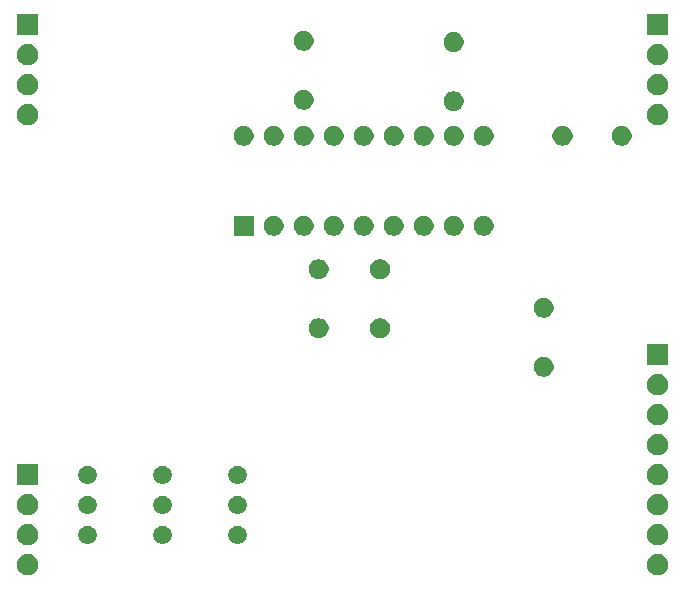
<source format=gbr>
G04 #@! TF.GenerationSoftware,KiCad,Pcbnew,5.1.6-c6e7f7d~87~ubuntu18.04.1*
G04 #@! TF.CreationDate,2020-08-01T12:16:40-04:00*
G04 #@! TF.ProjectId,CEM3320_LPF_plug_in_board,43454d33-3332-4305-9f4c-50465f706c75,1*
G04 #@! TF.SameCoordinates,Original*
G04 #@! TF.FileFunction,Soldermask,Bot*
G04 #@! TF.FilePolarity,Negative*
%FSLAX46Y46*%
G04 Gerber Fmt 4.6, Leading zero omitted, Abs format (unit mm)*
G04 Created by KiCad (PCBNEW 5.1.6-c6e7f7d~87~ubuntu18.04.1) date 2020-08-01 12:16:40*
%MOMM*%
%LPD*%
G01*
G04 APERTURE LIST*
%ADD10C,0.100000*%
G04 APERTURE END LIST*
D10*
G36*
X182993512Y-123563927D02*
G01*
X183142812Y-123593624D01*
X183306784Y-123661544D01*
X183454354Y-123760147D01*
X183579853Y-123885646D01*
X183678456Y-124033216D01*
X183746376Y-124197188D01*
X183781000Y-124371259D01*
X183781000Y-124548741D01*
X183746376Y-124722812D01*
X183678456Y-124886784D01*
X183579853Y-125034354D01*
X183454354Y-125159853D01*
X183306784Y-125258456D01*
X183142812Y-125326376D01*
X182993512Y-125356073D01*
X182968742Y-125361000D01*
X182791258Y-125361000D01*
X182766488Y-125356073D01*
X182617188Y-125326376D01*
X182453216Y-125258456D01*
X182305646Y-125159853D01*
X182180147Y-125034354D01*
X182081544Y-124886784D01*
X182013624Y-124722812D01*
X181979000Y-124548741D01*
X181979000Y-124371259D01*
X182013624Y-124197188D01*
X182081544Y-124033216D01*
X182180147Y-123885646D01*
X182305646Y-123760147D01*
X182453216Y-123661544D01*
X182617188Y-123593624D01*
X182766488Y-123563927D01*
X182791258Y-123559000D01*
X182968742Y-123559000D01*
X182993512Y-123563927D01*
G37*
G36*
X129653512Y-123563927D02*
G01*
X129802812Y-123593624D01*
X129966784Y-123661544D01*
X130114354Y-123760147D01*
X130239853Y-123885646D01*
X130338456Y-124033216D01*
X130406376Y-124197188D01*
X130441000Y-124371259D01*
X130441000Y-124548741D01*
X130406376Y-124722812D01*
X130338456Y-124886784D01*
X130239853Y-125034354D01*
X130114354Y-125159853D01*
X129966784Y-125258456D01*
X129802812Y-125326376D01*
X129653512Y-125356073D01*
X129628742Y-125361000D01*
X129451258Y-125361000D01*
X129426488Y-125356073D01*
X129277188Y-125326376D01*
X129113216Y-125258456D01*
X128965646Y-125159853D01*
X128840147Y-125034354D01*
X128741544Y-124886784D01*
X128673624Y-124722812D01*
X128639000Y-124548741D01*
X128639000Y-124371259D01*
X128673624Y-124197188D01*
X128741544Y-124033216D01*
X128840147Y-123885646D01*
X128965646Y-123760147D01*
X129113216Y-123661544D01*
X129277188Y-123593624D01*
X129426488Y-123563927D01*
X129451258Y-123559000D01*
X129628742Y-123559000D01*
X129653512Y-123563927D01*
G37*
G36*
X182993512Y-121023927D02*
G01*
X183142812Y-121053624D01*
X183306784Y-121121544D01*
X183454354Y-121220147D01*
X183579853Y-121345646D01*
X183678456Y-121493216D01*
X183746376Y-121657188D01*
X183781000Y-121831259D01*
X183781000Y-122008741D01*
X183746376Y-122182812D01*
X183678456Y-122346784D01*
X183579853Y-122494354D01*
X183454354Y-122619853D01*
X183306784Y-122718456D01*
X183142812Y-122786376D01*
X182993512Y-122816073D01*
X182968742Y-122821000D01*
X182791258Y-122821000D01*
X182766488Y-122816073D01*
X182617188Y-122786376D01*
X182453216Y-122718456D01*
X182305646Y-122619853D01*
X182180147Y-122494354D01*
X182081544Y-122346784D01*
X182013624Y-122182812D01*
X181979000Y-122008741D01*
X181979000Y-121831259D01*
X182013624Y-121657188D01*
X182081544Y-121493216D01*
X182180147Y-121345646D01*
X182305646Y-121220147D01*
X182453216Y-121121544D01*
X182617188Y-121053624D01*
X182766488Y-121023927D01*
X182791258Y-121019000D01*
X182968742Y-121019000D01*
X182993512Y-121023927D01*
G37*
G36*
X129653512Y-121023927D02*
G01*
X129802812Y-121053624D01*
X129966784Y-121121544D01*
X130114354Y-121220147D01*
X130239853Y-121345646D01*
X130338456Y-121493216D01*
X130406376Y-121657188D01*
X130441000Y-121831259D01*
X130441000Y-122008741D01*
X130406376Y-122182812D01*
X130338456Y-122346784D01*
X130239853Y-122494354D01*
X130114354Y-122619853D01*
X129966784Y-122718456D01*
X129802812Y-122786376D01*
X129653512Y-122816073D01*
X129628742Y-122821000D01*
X129451258Y-122821000D01*
X129426488Y-122816073D01*
X129277188Y-122786376D01*
X129113216Y-122718456D01*
X128965646Y-122619853D01*
X128840147Y-122494354D01*
X128741544Y-122346784D01*
X128673624Y-122182812D01*
X128639000Y-122008741D01*
X128639000Y-121831259D01*
X128673624Y-121657188D01*
X128741544Y-121493216D01*
X128840147Y-121345646D01*
X128965646Y-121220147D01*
X129113216Y-121121544D01*
X129277188Y-121053624D01*
X129426488Y-121023927D01*
X129451258Y-121019000D01*
X129628742Y-121019000D01*
X129653512Y-121023927D01*
G37*
G36*
X147445589Y-121158876D02*
G01*
X147544893Y-121178629D01*
X147685206Y-121236748D01*
X147811484Y-121321125D01*
X147918875Y-121428516D01*
X148003252Y-121554794D01*
X148061371Y-121695107D01*
X148091000Y-121844063D01*
X148091000Y-121995937D01*
X148061371Y-122144893D01*
X148003252Y-122285206D01*
X147918875Y-122411484D01*
X147811484Y-122518875D01*
X147685206Y-122603252D01*
X147544893Y-122661371D01*
X147445589Y-122681124D01*
X147395938Y-122691000D01*
X147244062Y-122691000D01*
X147194411Y-122681124D01*
X147095107Y-122661371D01*
X146954794Y-122603252D01*
X146828516Y-122518875D01*
X146721125Y-122411484D01*
X146636748Y-122285206D01*
X146578629Y-122144893D01*
X146549000Y-121995937D01*
X146549000Y-121844063D01*
X146578629Y-121695107D01*
X146636748Y-121554794D01*
X146721125Y-121428516D01*
X146828516Y-121321125D01*
X146954794Y-121236748D01*
X147095107Y-121178629D01*
X147194411Y-121158876D01*
X147244062Y-121149000D01*
X147395938Y-121149000D01*
X147445589Y-121158876D01*
G37*
G36*
X141095589Y-121158876D02*
G01*
X141194893Y-121178629D01*
X141335206Y-121236748D01*
X141461484Y-121321125D01*
X141568875Y-121428516D01*
X141653252Y-121554794D01*
X141711371Y-121695107D01*
X141741000Y-121844063D01*
X141741000Y-121995937D01*
X141711371Y-122144893D01*
X141653252Y-122285206D01*
X141568875Y-122411484D01*
X141461484Y-122518875D01*
X141335206Y-122603252D01*
X141194893Y-122661371D01*
X141095589Y-122681124D01*
X141045938Y-122691000D01*
X140894062Y-122691000D01*
X140844411Y-122681124D01*
X140745107Y-122661371D01*
X140604794Y-122603252D01*
X140478516Y-122518875D01*
X140371125Y-122411484D01*
X140286748Y-122285206D01*
X140228629Y-122144893D01*
X140199000Y-121995937D01*
X140199000Y-121844063D01*
X140228629Y-121695107D01*
X140286748Y-121554794D01*
X140371125Y-121428516D01*
X140478516Y-121321125D01*
X140604794Y-121236748D01*
X140745107Y-121178629D01*
X140844411Y-121158876D01*
X140894062Y-121149000D01*
X141045938Y-121149000D01*
X141095589Y-121158876D01*
G37*
G36*
X134745589Y-121158876D02*
G01*
X134844893Y-121178629D01*
X134985206Y-121236748D01*
X135111484Y-121321125D01*
X135218875Y-121428516D01*
X135303252Y-121554794D01*
X135361371Y-121695107D01*
X135391000Y-121844063D01*
X135391000Y-121995937D01*
X135361371Y-122144893D01*
X135303252Y-122285206D01*
X135218875Y-122411484D01*
X135111484Y-122518875D01*
X134985206Y-122603252D01*
X134844893Y-122661371D01*
X134745589Y-122681124D01*
X134695938Y-122691000D01*
X134544062Y-122691000D01*
X134494411Y-122681124D01*
X134395107Y-122661371D01*
X134254794Y-122603252D01*
X134128516Y-122518875D01*
X134021125Y-122411484D01*
X133936748Y-122285206D01*
X133878629Y-122144893D01*
X133849000Y-121995937D01*
X133849000Y-121844063D01*
X133878629Y-121695107D01*
X133936748Y-121554794D01*
X134021125Y-121428516D01*
X134128516Y-121321125D01*
X134254794Y-121236748D01*
X134395107Y-121178629D01*
X134494411Y-121158876D01*
X134544062Y-121149000D01*
X134695938Y-121149000D01*
X134745589Y-121158876D01*
G37*
G36*
X129653512Y-118483927D02*
G01*
X129802812Y-118513624D01*
X129966784Y-118581544D01*
X130114354Y-118680147D01*
X130239853Y-118805646D01*
X130338456Y-118953216D01*
X130406376Y-119117188D01*
X130441000Y-119291259D01*
X130441000Y-119468741D01*
X130406376Y-119642812D01*
X130338456Y-119806784D01*
X130239853Y-119954354D01*
X130114354Y-120079853D01*
X129966784Y-120178456D01*
X129802812Y-120246376D01*
X129653512Y-120276073D01*
X129628742Y-120281000D01*
X129451258Y-120281000D01*
X129426488Y-120276073D01*
X129277188Y-120246376D01*
X129113216Y-120178456D01*
X128965646Y-120079853D01*
X128840147Y-119954354D01*
X128741544Y-119806784D01*
X128673624Y-119642812D01*
X128639000Y-119468741D01*
X128639000Y-119291259D01*
X128673624Y-119117188D01*
X128741544Y-118953216D01*
X128840147Y-118805646D01*
X128965646Y-118680147D01*
X129113216Y-118581544D01*
X129277188Y-118513624D01*
X129426488Y-118483927D01*
X129451258Y-118479000D01*
X129628742Y-118479000D01*
X129653512Y-118483927D01*
G37*
G36*
X182993512Y-118483927D02*
G01*
X183142812Y-118513624D01*
X183306784Y-118581544D01*
X183454354Y-118680147D01*
X183579853Y-118805646D01*
X183678456Y-118953216D01*
X183746376Y-119117188D01*
X183781000Y-119291259D01*
X183781000Y-119468741D01*
X183746376Y-119642812D01*
X183678456Y-119806784D01*
X183579853Y-119954354D01*
X183454354Y-120079853D01*
X183306784Y-120178456D01*
X183142812Y-120246376D01*
X182993512Y-120276073D01*
X182968742Y-120281000D01*
X182791258Y-120281000D01*
X182766488Y-120276073D01*
X182617188Y-120246376D01*
X182453216Y-120178456D01*
X182305646Y-120079853D01*
X182180147Y-119954354D01*
X182081544Y-119806784D01*
X182013624Y-119642812D01*
X181979000Y-119468741D01*
X181979000Y-119291259D01*
X182013624Y-119117188D01*
X182081544Y-118953216D01*
X182180147Y-118805646D01*
X182305646Y-118680147D01*
X182453216Y-118581544D01*
X182617188Y-118513624D01*
X182766488Y-118483927D01*
X182791258Y-118479000D01*
X182968742Y-118479000D01*
X182993512Y-118483927D01*
G37*
G36*
X134745589Y-118618876D02*
G01*
X134844893Y-118638629D01*
X134985206Y-118696748D01*
X135111484Y-118781125D01*
X135218875Y-118888516D01*
X135303252Y-119014794D01*
X135361371Y-119155107D01*
X135391000Y-119304063D01*
X135391000Y-119455937D01*
X135361371Y-119604893D01*
X135303252Y-119745206D01*
X135218875Y-119871484D01*
X135111484Y-119978875D01*
X134985206Y-120063252D01*
X134844893Y-120121371D01*
X134745589Y-120141124D01*
X134695938Y-120151000D01*
X134544062Y-120151000D01*
X134494411Y-120141124D01*
X134395107Y-120121371D01*
X134254794Y-120063252D01*
X134128516Y-119978875D01*
X134021125Y-119871484D01*
X133936748Y-119745206D01*
X133878629Y-119604893D01*
X133849000Y-119455937D01*
X133849000Y-119304063D01*
X133878629Y-119155107D01*
X133936748Y-119014794D01*
X134021125Y-118888516D01*
X134128516Y-118781125D01*
X134254794Y-118696748D01*
X134395107Y-118638629D01*
X134494411Y-118618876D01*
X134544062Y-118609000D01*
X134695938Y-118609000D01*
X134745589Y-118618876D01*
G37*
G36*
X141095589Y-118618876D02*
G01*
X141194893Y-118638629D01*
X141335206Y-118696748D01*
X141461484Y-118781125D01*
X141568875Y-118888516D01*
X141653252Y-119014794D01*
X141711371Y-119155107D01*
X141741000Y-119304063D01*
X141741000Y-119455937D01*
X141711371Y-119604893D01*
X141653252Y-119745206D01*
X141568875Y-119871484D01*
X141461484Y-119978875D01*
X141335206Y-120063252D01*
X141194893Y-120121371D01*
X141095589Y-120141124D01*
X141045938Y-120151000D01*
X140894062Y-120151000D01*
X140844411Y-120141124D01*
X140745107Y-120121371D01*
X140604794Y-120063252D01*
X140478516Y-119978875D01*
X140371125Y-119871484D01*
X140286748Y-119745206D01*
X140228629Y-119604893D01*
X140199000Y-119455937D01*
X140199000Y-119304063D01*
X140228629Y-119155107D01*
X140286748Y-119014794D01*
X140371125Y-118888516D01*
X140478516Y-118781125D01*
X140604794Y-118696748D01*
X140745107Y-118638629D01*
X140844411Y-118618876D01*
X140894062Y-118609000D01*
X141045938Y-118609000D01*
X141095589Y-118618876D01*
G37*
G36*
X147445589Y-118618876D02*
G01*
X147544893Y-118638629D01*
X147685206Y-118696748D01*
X147811484Y-118781125D01*
X147918875Y-118888516D01*
X148003252Y-119014794D01*
X148061371Y-119155107D01*
X148091000Y-119304063D01*
X148091000Y-119455937D01*
X148061371Y-119604893D01*
X148003252Y-119745206D01*
X147918875Y-119871484D01*
X147811484Y-119978875D01*
X147685206Y-120063252D01*
X147544893Y-120121371D01*
X147445589Y-120141124D01*
X147395938Y-120151000D01*
X147244062Y-120151000D01*
X147194411Y-120141124D01*
X147095107Y-120121371D01*
X146954794Y-120063252D01*
X146828516Y-119978875D01*
X146721125Y-119871484D01*
X146636748Y-119745206D01*
X146578629Y-119604893D01*
X146549000Y-119455937D01*
X146549000Y-119304063D01*
X146578629Y-119155107D01*
X146636748Y-119014794D01*
X146721125Y-118888516D01*
X146828516Y-118781125D01*
X146954794Y-118696748D01*
X147095107Y-118638629D01*
X147194411Y-118618876D01*
X147244062Y-118609000D01*
X147395938Y-118609000D01*
X147445589Y-118618876D01*
G37*
G36*
X182993512Y-115943927D02*
G01*
X183142812Y-115973624D01*
X183306784Y-116041544D01*
X183454354Y-116140147D01*
X183579853Y-116265646D01*
X183678456Y-116413216D01*
X183746376Y-116577188D01*
X183781000Y-116751259D01*
X183781000Y-116928741D01*
X183746376Y-117102812D01*
X183678456Y-117266784D01*
X183579853Y-117414354D01*
X183454354Y-117539853D01*
X183306784Y-117638456D01*
X183142812Y-117706376D01*
X182993512Y-117736073D01*
X182968742Y-117741000D01*
X182791258Y-117741000D01*
X182766488Y-117736073D01*
X182617188Y-117706376D01*
X182453216Y-117638456D01*
X182305646Y-117539853D01*
X182180147Y-117414354D01*
X182081544Y-117266784D01*
X182013624Y-117102812D01*
X181979000Y-116928741D01*
X181979000Y-116751259D01*
X182013624Y-116577188D01*
X182081544Y-116413216D01*
X182180147Y-116265646D01*
X182305646Y-116140147D01*
X182453216Y-116041544D01*
X182617188Y-115973624D01*
X182766488Y-115943927D01*
X182791258Y-115939000D01*
X182968742Y-115939000D01*
X182993512Y-115943927D01*
G37*
G36*
X130441000Y-117741000D02*
G01*
X128639000Y-117741000D01*
X128639000Y-115939000D01*
X130441000Y-115939000D01*
X130441000Y-117741000D01*
G37*
G36*
X134745589Y-116078876D02*
G01*
X134844893Y-116098629D01*
X134985206Y-116156748D01*
X135111484Y-116241125D01*
X135218875Y-116348516D01*
X135303252Y-116474794D01*
X135361371Y-116615107D01*
X135391000Y-116764063D01*
X135391000Y-116915937D01*
X135361371Y-117064893D01*
X135303252Y-117205206D01*
X135218875Y-117331484D01*
X135111484Y-117438875D01*
X134985206Y-117523252D01*
X134844893Y-117581371D01*
X134745589Y-117601124D01*
X134695938Y-117611000D01*
X134544062Y-117611000D01*
X134494411Y-117601124D01*
X134395107Y-117581371D01*
X134254794Y-117523252D01*
X134128516Y-117438875D01*
X134021125Y-117331484D01*
X133936748Y-117205206D01*
X133878629Y-117064893D01*
X133849000Y-116915937D01*
X133849000Y-116764063D01*
X133878629Y-116615107D01*
X133936748Y-116474794D01*
X134021125Y-116348516D01*
X134128516Y-116241125D01*
X134254794Y-116156748D01*
X134395107Y-116098629D01*
X134494411Y-116078876D01*
X134544062Y-116069000D01*
X134695938Y-116069000D01*
X134745589Y-116078876D01*
G37*
G36*
X147445589Y-116078876D02*
G01*
X147544893Y-116098629D01*
X147685206Y-116156748D01*
X147811484Y-116241125D01*
X147918875Y-116348516D01*
X148003252Y-116474794D01*
X148061371Y-116615107D01*
X148091000Y-116764063D01*
X148091000Y-116915937D01*
X148061371Y-117064893D01*
X148003252Y-117205206D01*
X147918875Y-117331484D01*
X147811484Y-117438875D01*
X147685206Y-117523252D01*
X147544893Y-117581371D01*
X147445589Y-117601124D01*
X147395938Y-117611000D01*
X147244062Y-117611000D01*
X147194411Y-117601124D01*
X147095107Y-117581371D01*
X146954794Y-117523252D01*
X146828516Y-117438875D01*
X146721125Y-117331484D01*
X146636748Y-117205206D01*
X146578629Y-117064893D01*
X146549000Y-116915937D01*
X146549000Y-116764063D01*
X146578629Y-116615107D01*
X146636748Y-116474794D01*
X146721125Y-116348516D01*
X146828516Y-116241125D01*
X146954794Y-116156748D01*
X147095107Y-116098629D01*
X147194411Y-116078876D01*
X147244062Y-116069000D01*
X147395938Y-116069000D01*
X147445589Y-116078876D01*
G37*
G36*
X141095589Y-116078876D02*
G01*
X141194893Y-116098629D01*
X141335206Y-116156748D01*
X141461484Y-116241125D01*
X141568875Y-116348516D01*
X141653252Y-116474794D01*
X141711371Y-116615107D01*
X141741000Y-116764063D01*
X141741000Y-116915937D01*
X141711371Y-117064893D01*
X141653252Y-117205206D01*
X141568875Y-117331484D01*
X141461484Y-117438875D01*
X141335206Y-117523252D01*
X141194893Y-117581371D01*
X141095589Y-117601124D01*
X141045938Y-117611000D01*
X140894062Y-117611000D01*
X140844411Y-117601124D01*
X140745107Y-117581371D01*
X140604794Y-117523252D01*
X140478516Y-117438875D01*
X140371125Y-117331484D01*
X140286748Y-117205206D01*
X140228629Y-117064893D01*
X140199000Y-116915937D01*
X140199000Y-116764063D01*
X140228629Y-116615107D01*
X140286748Y-116474794D01*
X140371125Y-116348516D01*
X140478516Y-116241125D01*
X140604794Y-116156748D01*
X140745107Y-116098629D01*
X140844411Y-116078876D01*
X140894062Y-116069000D01*
X141045938Y-116069000D01*
X141095589Y-116078876D01*
G37*
G36*
X182993512Y-113403927D02*
G01*
X183142812Y-113433624D01*
X183306784Y-113501544D01*
X183454354Y-113600147D01*
X183579853Y-113725646D01*
X183678456Y-113873216D01*
X183746376Y-114037188D01*
X183781000Y-114211259D01*
X183781000Y-114388741D01*
X183746376Y-114562812D01*
X183678456Y-114726784D01*
X183579853Y-114874354D01*
X183454354Y-114999853D01*
X183306784Y-115098456D01*
X183142812Y-115166376D01*
X182993512Y-115196073D01*
X182968742Y-115201000D01*
X182791258Y-115201000D01*
X182766488Y-115196073D01*
X182617188Y-115166376D01*
X182453216Y-115098456D01*
X182305646Y-114999853D01*
X182180147Y-114874354D01*
X182081544Y-114726784D01*
X182013624Y-114562812D01*
X181979000Y-114388741D01*
X181979000Y-114211259D01*
X182013624Y-114037188D01*
X182081544Y-113873216D01*
X182180147Y-113725646D01*
X182305646Y-113600147D01*
X182453216Y-113501544D01*
X182617188Y-113433624D01*
X182766488Y-113403927D01*
X182791258Y-113399000D01*
X182968742Y-113399000D01*
X182993512Y-113403927D01*
G37*
G36*
X182993512Y-110863927D02*
G01*
X183142812Y-110893624D01*
X183306784Y-110961544D01*
X183454354Y-111060147D01*
X183579853Y-111185646D01*
X183678456Y-111333216D01*
X183746376Y-111497188D01*
X183781000Y-111671259D01*
X183781000Y-111848741D01*
X183746376Y-112022812D01*
X183678456Y-112186784D01*
X183579853Y-112334354D01*
X183454354Y-112459853D01*
X183306784Y-112558456D01*
X183142812Y-112626376D01*
X182993512Y-112656073D01*
X182968742Y-112661000D01*
X182791258Y-112661000D01*
X182766488Y-112656073D01*
X182617188Y-112626376D01*
X182453216Y-112558456D01*
X182305646Y-112459853D01*
X182180147Y-112334354D01*
X182081544Y-112186784D01*
X182013624Y-112022812D01*
X181979000Y-111848741D01*
X181979000Y-111671259D01*
X182013624Y-111497188D01*
X182081544Y-111333216D01*
X182180147Y-111185646D01*
X182305646Y-111060147D01*
X182453216Y-110961544D01*
X182617188Y-110893624D01*
X182766488Y-110863927D01*
X182791258Y-110859000D01*
X182968742Y-110859000D01*
X182993512Y-110863927D01*
G37*
G36*
X182993512Y-108323927D02*
G01*
X183142812Y-108353624D01*
X183306784Y-108421544D01*
X183454354Y-108520147D01*
X183579853Y-108645646D01*
X183678456Y-108793216D01*
X183746376Y-108957188D01*
X183781000Y-109131259D01*
X183781000Y-109308741D01*
X183746376Y-109482812D01*
X183678456Y-109646784D01*
X183579853Y-109794354D01*
X183454354Y-109919853D01*
X183306784Y-110018456D01*
X183142812Y-110086376D01*
X182993512Y-110116073D01*
X182968742Y-110121000D01*
X182791258Y-110121000D01*
X182766488Y-110116073D01*
X182617188Y-110086376D01*
X182453216Y-110018456D01*
X182305646Y-109919853D01*
X182180147Y-109794354D01*
X182081544Y-109646784D01*
X182013624Y-109482812D01*
X181979000Y-109308741D01*
X181979000Y-109131259D01*
X182013624Y-108957188D01*
X182081544Y-108793216D01*
X182180147Y-108645646D01*
X182305646Y-108520147D01*
X182453216Y-108421544D01*
X182617188Y-108353624D01*
X182766488Y-108323927D01*
X182791258Y-108319000D01*
X182968742Y-108319000D01*
X182993512Y-108323927D01*
G37*
G36*
X173476228Y-106877703D02*
G01*
X173631100Y-106941853D01*
X173770481Y-107034985D01*
X173889015Y-107153519D01*
X173982147Y-107292900D01*
X174046297Y-107447772D01*
X174079000Y-107612184D01*
X174079000Y-107779816D01*
X174046297Y-107944228D01*
X173982147Y-108099100D01*
X173889015Y-108238481D01*
X173770481Y-108357015D01*
X173631100Y-108450147D01*
X173476228Y-108514297D01*
X173311816Y-108547000D01*
X173144184Y-108547000D01*
X172979772Y-108514297D01*
X172824900Y-108450147D01*
X172685519Y-108357015D01*
X172566985Y-108238481D01*
X172473853Y-108099100D01*
X172409703Y-107944228D01*
X172377000Y-107779816D01*
X172377000Y-107612184D01*
X172409703Y-107447772D01*
X172473853Y-107292900D01*
X172566985Y-107153519D01*
X172685519Y-107034985D01*
X172824900Y-106941853D01*
X172979772Y-106877703D01*
X173144184Y-106845000D01*
X173311816Y-106845000D01*
X173476228Y-106877703D01*
G37*
G36*
X183781000Y-107581000D02*
G01*
X181979000Y-107581000D01*
X181979000Y-105779000D01*
X183781000Y-105779000D01*
X183781000Y-107581000D01*
G37*
G36*
X154426228Y-103622703D02*
G01*
X154581100Y-103686853D01*
X154720481Y-103779985D01*
X154839015Y-103898519D01*
X154932147Y-104037900D01*
X154996297Y-104192772D01*
X155029000Y-104357184D01*
X155029000Y-104524816D01*
X154996297Y-104689228D01*
X154932147Y-104844100D01*
X154839015Y-104983481D01*
X154720481Y-105102015D01*
X154581100Y-105195147D01*
X154426228Y-105259297D01*
X154261816Y-105292000D01*
X154094184Y-105292000D01*
X153929772Y-105259297D01*
X153774900Y-105195147D01*
X153635519Y-105102015D01*
X153516985Y-104983481D01*
X153423853Y-104844100D01*
X153359703Y-104689228D01*
X153327000Y-104524816D01*
X153327000Y-104357184D01*
X153359703Y-104192772D01*
X153423853Y-104037900D01*
X153516985Y-103898519D01*
X153635519Y-103779985D01*
X153774900Y-103686853D01*
X153929772Y-103622703D01*
X154094184Y-103590000D01*
X154261816Y-103590000D01*
X154426228Y-103622703D01*
G37*
G36*
X159633228Y-103622703D02*
G01*
X159788100Y-103686853D01*
X159927481Y-103779985D01*
X160046015Y-103898519D01*
X160139147Y-104037900D01*
X160203297Y-104192772D01*
X160236000Y-104357184D01*
X160236000Y-104524816D01*
X160203297Y-104689228D01*
X160139147Y-104844100D01*
X160046015Y-104983481D01*
X159927481Y-105102015D01*
X159788100Y-105195147D01*
X159633228Y-105259297D01*
X159468816Y-105292000D01*
X159301184Y-105292000D01*
X159136772Y-105259297D01*
X158981900Y-105195147D01*
X158842519Y-105102015D01*
X158723985Y-104983481D01*
X158630853Y-104844100D01*
X158566703Y-104689228D01*
X158534000Y-104524816D01*
X158534000Y-104357184D01*
X158566703Y-104192772D01*
X158630853Y-104037900D01*
X158723985Y-103898519D01*
X158842519Y-103779985D01*
X158981900Y-103686853D01*
X159136772Y-103622703D01*
X159301184Y-103590000D01*
X159468816Y-103590000D01*
X159633228Y-103622703D01*
G37*
G36*
X173476228Y-101877703D02*
G01*
X173631100Y-101941853D01*
X173770481Y-102034985D01*
X173889015Y-102153519D01*
X173982147Y-102292900D01*
X174046297Y-102447772D01*
X174079000Y-102612184D01*
X174079000Y-102779816D01*
X174046297Y-102944228D01*
X173982147Y-103099100D01*
X173889015Y-103238481D01*
X173770481Y-103357015D01*
X173631100Y-103450147D01*
X173476228Y-103514297D01*
X173311816Y-103547000D01*
X173144184Y-103547000D01*
X172979772Y-103514297D01*
X172824900Y-103450147D01*
X172685519Y-103357015D01*
X172566985Y-103238481D01*
X172473853Y-103099100D01*
X172409703Y-102944228D01*
X172377000Y-102779816D01*
X172377000Y-102612184D01*
X172409703Y-102447772D01*
X172473853Y-102292900D01*
X172566985Y-102153519D01*
X172685519Y-102034985D01*
X172824900Y-101941853D01*
X172979772Y-101877703D01*
X173144184Y-101845000D01*
X173311816Y-101845000D01*
X173476228Y-101877703D01*
G37*
G36*
X154426228Y-98622703D02*
G01*
X154581100Y-98686853D01*
X154720481Y-98779985D01*
X154839015Y-98898519D01*
X154932147Y-99037900D01*
X154996297Y-99192772D01*
X155029000Y-99357184D01*
X155029000Y-99524816D01*
X154996297Y-99689228D01*
X154932147Y-99844100D01*
X154839015Y-99983481D01*
X154720481Y-100102015D01*
X154581100Y-100195147D01*
X154426228Y-100259297D01*
X154261816Y-100292000D01*
X154094184Y-100292000D01*
X153929772Y-100259297D01*
X153774900Y-100195147D01*
X153635519Y-100102015D01*
X153516985Y-99983481D01*
X153423853Y-99844100D01*
X153359703Y-99689228D01*
X153327000Y-99524816D01*
X153327000Y-99357184D01*
X153359703Y-99192772D01*
X153423853Y-99037900D01*
X153516985Y-98898519D01*
X153635519Y-98779985D01*
X153774900Y-98686853D01*
X153929772Y-98622703D01*
X154094184Y-98590000D01*
X154261816Y-98590000D01*
X154426228Y-98622703D01*
G37*
G36*
X159633228Y-98622703D02*
G01*
X159788100Y-98686853D01*
X159927481Y-98779985D01*
X160046015Y-98898519D01*
X160139147Y-99037900D01*
X160203297Y-99192772D01*
X160236000Y-99357184D01*
X160236000Y-99524816D01*
X160203297Y-99689228D01*
X160139147Y-99844100D01*
X160046015Y-99983481D01*
X159927481Y-100102015D01*
X159788100Y-100195147D01*
X159633228Y-100259297D01*
X159468816Y-100292000D01*
X159301184Y-100292000D01*
X159136772Y-100259297D01*
X158981900Y-100195147D01*
X158842519Y-100102015D01*
X158723985Y-99983481D01*
X158630853Y-99844100D01*
X158566703Y-99689228D01*
X158534000Y-99524816D01*
X158534000Y-99357184D01*
X158566703Y-99192772D01*
X158630853Y-99037900D01*
X158723985Y-98898519D01*
X158842519Y-98779985D01*
X158981900Y-98686853D01*
X159136772Y-98622703D01*
X159301184Y-98590000D01*
X159468816Y-98590000D01*
X159633228Y-98622703D01*
G37*
G36*
X165856228Y-94939703D02*
G01*
X166011100Y-95003853D01*
X166150481Y-95096985D01*
X166269015Y-95215519D01*
X166362147Y-95354900D01*
X166426297Y-95509772D01*
X166459000Y-95674184D01*
X166459000Y-95841816D01*
X166426297Y-96006228D01*
X166362147Y-96161100D01*
X166269015Y-96300481D01*
X166150481Y-96419015D01*
X166011100Y-96512147D01*
X165856228Y-96576297D01*
X165691816Y-96609000D01*
X165524184Y-96609000D01*
X165359772Y-96576297D01*
X165204900Y-96512147D01*
X165065519Y-96419015D01*
X164946985Y-96300481D01*
X164853853Y-96161100D01*
X164789703Y-96006228D01*
X164757000Y-95841816D01*
X164757000Y-95674184D01*
X164789703Y-95509772D01*
X164853853Y-95354900D01*
X164946985Y-95215519D01*
X165065519Y-95096985D01*
X165204900Y-95003853D01*
X165359772Y-94939703D01*
X165524184Y-94907000D01*
X165691816Y-94907000D01*
X165856228Y-94939703D01*
G37*
G36*
X168396228Y-94939703D02*
G01*
X168551100Y-95003853D01*
X168690481Y-95096985D01*
X168809015Y-95215519D01*
X168902147Y-95354900D01*
X168966297Y-95509772D01*
X168999000Y-95674184D01*
X168999000Y-95841816D01*
X168966297Y-96006228D01*
X168902147Y-96161100D01*
X168809015Y-96300481D01*
X168690481Y-96419015D01*
X168551100Y-96512147D01*
X168396228Y-96576297D01*
X168231816Y-96609000D01*
X168064184Y-96609000D01*
X167899772Y-96576297D01*
X167744900Y-96512147D01*
X167605519Y-96419015D01*
X167486985Y-96300481D01*
X167393853Y-96161100D01*
X167329703Y-96006228D01*
X167297000Y-95841816D01*
X167297000Y-95674184D01*
X167329703Y-95509772D01*
X167393853Y-95354900D01*
X167486985Y-95215519D01*
X167605519Y-95096985D01*
X167744900Y-95003853D01*
X167899772Y-94939703D01*
X168064184Y-94907000D01*
X168231816Y-94907000D01*
X168396228Y-94939703D01*
G37*
G36*
X150616228Y-94939703D02*
G01*
X150771100Y-95003853D01*
X150910481Y-95096985D01*
X151029015Y-95215519D01*
X151122147Y-95354900D01*
X151186297Y-95509772D01*
X151219000Y-95674184D01*
X151219000Y-95841816D01*
X151186297Y-96006228D01*
X151122147Y-96161100D01*
X151029015Y-96300481D01*
X150910481Y-96419015D01*
X150771100Y-96512147D01*
X150616228Y-96576297D01*
X150451816Y-96609000D01*
X150284184Y-96609000D01*
X150119772Y-96576297D01*
X149964900Y-96512147D01*
X149825519Y-96419015D01*
X149706985Y-96300481D01*
X149613853Y-96161100D01*
X149549703Y-96006228D01*
X149517000Y-95841816D01*
X149517000Y-95674184D01*
X149549703Y-95509772D01*
X149613853Y-95354900D01*
X149706985Y-95215519D01*
X149825519Y-95096985D01*
X149964900Y-95003853D01*
X150119772Y-94939703D01*
X150284184Y-94907000D01*
X150451816Y-94907000D01*
X150616228Y-94939703D01*
G37*
G36*
X148679000Y-96609000D02*
G01*
X146977000Y-96609000D01*
X146977000Y-94907000D01*
X148679000Y-94907000D01*
X148679000Y-96609000D01*
G37*
G36*
X158236228Y-94939703D02*
G01*
X158391100Y-95003853D01*
X158530481Y-95096985D01*
X158649015Y-95215519D01*
X158742147Y-95354900D01*
X158806297Y-95509772D01*
X158839000Y-95674184D01*
X158839000Y-95841816D01*
X158806297Y-96006228D01*
X158742147Y-96161100D01*
X158649015Y-96300481D01*
X158530481Y-96419015D01*
X158391100Y-96512147D01*
X158236228Y-96576297D01*
X158071816Y-96609000D01*
X157904184Y-96609000D01*
X157739772Y-96576297D01*
X157584900Y-96512147D01*
X157445519Y-96419015D01*
X157326985Y-96300481D01*
X157233853Y-96161100D01*
X157169703Y-96006228D01*
X157137000Y-95841816D01*
X157137000Y-95674184D01*
X157169703Y-95509772D01*
X157233853Y-95354900D01*
X157326985Y-95215519D01*
X157445519Y-95096985D01*
X157584900Y-95003853D01*
X157739772Y-94939703D01*
X157904184Y-94907000D01*
X158071816Y-94907000D01*
X158236228Y-94939703D01*
G37*
G36*
X160776228Y-94939703D02*
G01*
X160931100Y-95003853D01*
X161070481Y-95096985D01*
X161189015Y-95215519D01*
X161282147Y-95354900D01*
X161346297Y-95509772D01*
X161379000Y-95674184D01*
X161379000Y-95841816D01*
X161346297Y-96006228D01*
X161282147Y-96161100D01*
X161189015Y-96300481D01*
X161070481Y-96419015D01*
X160931100Y-96512147D01*
X160776228Y-96576297D01*
X160611816Y-96609000D01*
X160444184Y-96609000D01*
X160279772Y-96576297D01*
X160124900Y-96512147D01*
X159985519Y-96419015D01*
X159866985Y-96300481D01*
X159773853Y-96161100D01*
X159709703Y-96006228D01*
X159677000Y-95841816D01*
X159677000Y-95674184D01*
X159709703Y-95509772D01*
X159773853Y-95354900D01*
X159866985Y-95215519D01*
X159985519Y-95096985D01*
X160124900Y-95003853D01*
X160279772Y-94939703D01*
X160444184Y-94907000D01*
X160611816Y-94907000D01*
X160776228Y-94939703D01*
G37*
G36*
X155696228Y-94939703D02*
G01*
X155851100Y-95003853D01*
X155990481Y-95096985D01*
X156109015Y-95215519D01*
X156202147Y-95354900D01*
X156266297Y-95509772D01*
X156299000Y-95674184D01*
X156299000Y-95841816D01*
X156266297Y-96006228D01*
X156202147Y-96161100D01*
X156109015Y-96300481D01*
X155990481Y-96419015D01*
X155851100Y-96512147D01*
X155696228Y-96576297D01*
X155531816Y-96609000D01*
X155364184Y-96609000D01*
X155199772Y-96576297D01*
X155044900Y-96512147D01*
X154905519Y-96419015D01*
X154786985Y-96300481D01*
X154693853Y-96161100D01*
X154629703Y-96006228D01*
X154597000Y-95841816D01*
X154597000Y-95674184D01*
X154629703Y-95509772D01*
X154693853Y-95354900D01*
X154786985Y-95215519D01*
X154905519Y-95096985D01*
X155044900Y-95003853D01*
X155199772Y-94939703D01*
X155364184Y-94907000D01*
X155531816Y-94907000D01*
X155696228Y-94939703D01*
G37*
G36*
X153156228Y-94939703D02*
G01*
X153311100Y-95003853D01*
X153450481Y-95096985D01*
X153569015Y-95215519D01*
X153662147Y-95354900D01*
X153726297Y-95509772D01*
X153759000Y-95674184D01*
X153759000Y-95841816D01*
X153726297Y-96006228D01*
X153662147Y-96161100D01*
X153569015Y-96300481D01*
X153450481Y-96419015D01*
X153311100Y-96512147D01*
X153156228Y-96576297D01*
X152991816Y-96609000D01*
X152824184Y-96609000D01*
X152659772Y-96576297D01*
X152504900Y-96512147D01*
X152365519Y-96419015D01*
X152246985Y-96300481D01*
X152153853Y-96161100D01*
X152089703Y-96006228D01*
X152057000Y-95841816D01*
X152057000Y-95674184D01*
X152089703Y-95509772D01*
X152153853Y-95354900D01*
X152246985Y-95215519D01*
X152365519Y-95096985D01*
X152504900Y-95003853D01*
X152659772Y-94939703D01*
X152824184Y-94907000D01*
X152991816Y-94907000D01*
X153156228Y-94939703D01*
G37*
G36*
X163316228Y-94939703D02*
G01*
X163471100Y-95003853D01*
X163610481Y-95096985D01*
X163729015Y-95215519D01*
X163822147Y-95354900D01*
X163886297Y-95509772D01*
X163919000Y-95674184D01*
X163919000Y-95841816D01*
X163886297Y-96006228D01*
X163822147Y-96161100D01*
X163729015Y-96300481D01*
X163610481Y-96419015D01*
X163471100Y-96512147D01*
X163316228Y-96576297D01*
X163151816Y-96609000D01*
X162984184Y-96609000D01*
X162819772Y-96576297D01*
X162664900Y-96512147D01*
X162525519Y-96419015D01*
X162406985Y-96300481D01*
X162313853Y-96161100D01*
X162249703Y-96006228D01*
X162217000Y-95841816D01*
X162217000Y-95674184D01*
X162249703Y-95509772D01*
X162313853Y-95354900D01*
X162406985Y-95215519D01*
X162525519Y-95096985D01*
X162664900Y-95003853D01*
X162819772Y-94939703D01*
X162984184Y-94907000D01*
X163151816Y-94907000D01*
X163316228Y-94939703D01*
G37*
G36*
X175080228Y-87319703D02*
G01*
X175235100Y-87383853D01*
X175374481Y-87476985D01*
X175493015Y-87595519D01*
X175586147Y-87734900D01*
X175650297Y-87889772D01*
X175683000Y-88054184D01*
X175683000Y-88221816D01*
X175650297Y-88386228D01*
X175586147Y-88541100D01*
X175493015Y-88680481D01*
X175374481Y-88799015D01*
X175235100Y-88892147D01*
X175080228Y-88956297D01*
X174915816Y-88989000D01*
X174748184Y-88989000D01*
X174583772Y-88956297D01*
X174428900Y-88892147D01*
X174289519Y-88799015D01*
X174170985Y-88680481D01*
X174077853Y-88541100D01*
X174013703Y-88386228D01*
X173981000Y-88221816D01*
X173981000Y-88054184D01*
X174013703Y-87889772D01*
X174077853Y-87734900D01*
X174170985Y-87595519D01*
X174289519Y-87476985D01*
X174428900Y-87383853D01*
X174583772Y-87319703D01*
X174748184Y-87287000D01*
X174915816Y-87287000D01*
X175080228Y-87319703D01*
G37*
G36*
X180080228Y-87319703D02*
G01*
X180235100Y-87383853D01*
X180374481Y-87476985D01*
X180493015Y-87595519D01*
X180586147Y-87734900D01*
X180650297Y-87889772D01*
X180683000Y-88054184D01*
X180683000Y-88221816D01*
X180650297Y-88386228D01*
X180586147Y-88541100D01*
X180493015Y-88680481D01*
X180374481Y-88799015D01*
X180235100Y-88892147D01*
X180080228Y-88956297D01*
X179915816Y-88989000D01*
X179748184Y-88989000D01*
X179583772Y-88956297D01*
X179428900Y-88892147D01*
X179289519Y-88799015D01*
X179170985Y-88680481D01*
X179077853Y-88541100D01*
X179013703Y-88386228D01*
X178981000Y-88221816D01*
X178981000Y-88054184D01*
X179013703Y-87889772D01*
X179077853Y-87734900D01*
X179170985Y-87595519D01*
X179289519Y-87476985D01*
X179428900Y-87383853D01*
X179583772Y-87319703D01*
X179748184Y-87287000D01*
X179915816Y-87287000D01*
X180080228Y-87319703D01*
G37*
G36*
X163316228Y-87319703D02*
G01*
X163471100Y-87383853D01*
X163610481Y-87476985D01*
X163729015Y-87595519D01*
X163822147Y-87734900D01*
X163886297Y-87889772D01*
X163919000Y-88054184D01*
X163919000Y-88221816D01*
X163886297Y-88386228D01*
X163822147Y-88541100D01*
X163729015Y-88680481D01*
X163610481Y-88799015D01*
X163471100Y-88892147D01*
X163316228Y-88956297D01*
X163151816Y-88989000D01*
X162984184Y-88989000D01*
X162819772Y-88956297D01*
X162664900Y-88892147D01*
X162525519Y-88799015D01*
X162406985Y-88680481D01*
X162313853Y-88541100D01*
X162249703Y-88386228D01*
X162217000Y-88221816D01*
X162217000Y-88054184D01*
X162249703Y-87889772D01*
X162313853Y-87734900D01*
X162406985Y-87595519D01*
X162525519Y-87476985D01*
X162664900Y-87383853D01*
X162819772Y-87319703D01*
X162984184Y-87287000D01*
X163151816Y-87287000D01*
X163316228Y-87319703D01*
G37*
G36*
X160776228Y-87319703D02*
G01*
X160931100Y-87383853D01*
X161070481Y-87476985D01*
X161189015Y-87595519D01*
X161282147Y-87734900D01*
X161346297Y-87889772D01*
X161379000Y-88054184D01*
X161379000Y-88221816D01*
X161346297Y-88386228D01*
X161282147Y-88541100D01*
X161189015Y-88680481D01*
X161070481Y-88799015D01*
X160931100Y-88892147D01*
X160776228Y-88956297D01*
X160611816Y-88989000D01*
X160444184Y-88989000D01*
X160279772Y-88956297D01*
X160124900Y-88892147D01*
X159985519Y-88799015D01*
X159866985Y-88680481D01*
X159773853Y-88541100D01*
X159709703Y-88386228D01*
X159677000Y-88221816D01*
X159677000Y-88054184D01*
X159709703Y-87889772D01*
X159773853Y-87734900D01*
X159866985Y-87595519D01*
X159985519Y-87476985D01*
X160124900Y-87383853D01*
X160279772Y-87319703D01*
X160444184Y-87287000D01*
X160611816Y-87287000D01*
X160776228Y-87319703D01*
G37*
G36*
X158236228Y-87319703D02*
G01*
X158391100Y-87383853D01*
X158530481Y-87476985D01*
X158649015Y-87595519D01*
X158742147Y-87734900D01*
X158806297Y-87889772D01*
X158839000Y-88054184D01*
X158839000Y-88221816D01*
X158806297Y-88386228D01*
X158742147Y-88541100D01*
X158649015Y-88680481D01*
X158530481Y-88799015D01*
X158391100Y-88892147D01*
X158236228Y-88956297D01*
X158071816Y-88989000D01*
X157904184Y-88989000D01*
X157739772Y-88956297D01*
X157584900Y-88892147D01*
X157445519Y-88799015D01*
X157326985Y-88680481D01*
X157233853Y-88541100D01*
X157169703Y-88386228D01*
X157137000Y-88221816D01*
X157137000Y-88054184D01*
X157169703Y-87889772D01*
X157233853Y-87734900D01*
X157326985Y-87595519D01*
X157445519Y-87476985D01*
X157584900Y-87383853D01*
X157739772Y-87319703D01*
X157904184Y-87287000D01*
X158071816Y-87287000D01*
X158236228Y-87319703D01*
G37*
G36*
X153156228Y-87319703D02*
G01*
X153311100Y-87383853D01*
X153450481Y-87476985D01*
X153569015Y-87595519D01*
X153662147Y-87734900D01*
X153726297Y-87889772D01*
X153759000Y-88054184D01*
X153759000Y-88221816D01*
X153726297Y-88386228D01*
X153662147Y-88541100D01*
X153569015Y-88680481D01*
X153450481Y-88799015D01*
X153311100Y-88892147D01*
X153156228Y-88956297D01*
X152991816Y-88989000D01*
X152824184Y-88989000D01*
X152659772Y-88956297D01*
X152504900Y-88892147D01*
X152365519Y-88799015D01*
X152246985Y-88680481D01*
X152153853Y-88541100D01*
X152089703Y-88386228D01*
X152057000Y-88221816D01*
X152057000Y-88054184D01*
X152089703Y-87889772D01*
X152153853Y-87734900D01*
X152246985Y-87595519D01*
X152365519Y-87476985D01*
X152504900Y-87383853D01*
X152659772Y-87319703D01*
X152824184Y-87287000D01*
X152991816Y-87287000D01*
X153156228Y-87319703D01*
G37*
G36*
X150616228Y-87319703D02*
G01*
X150771100Y-87383853D01*
X150910481Y-87476985D01*
X151029015Y-87595519D01*
X151122147Y-87734900D01*
X151186297Y-87889772D01*
X151219000Y-88054184D01*
X151219000Y-88221816D01*
X151186297Y-88386228D01*
X151122147Y-88541100D01*
X151029015Y-88680481D01*
X150910481Y-88799015D01*
X150771100Y-88892147D01*
X150616228Y-88956297D01*
X150451816Y-88989000D01*
X150284184Y-88989000D01*
X150119772Y-88956297D01*
X149964900Y-88892147D01*
X149825519Y-88799015D01*
X149706985Y-88680481D01*
X149613853Y-88541100D01*
X149549703Y-88386228D01*
X149517000Y-88221816D01*
X149517000Y-88054184D01*
X149549703Y-87889772D01*
X149613853Y-87734900D01*
X149706985Y-87595519D01*
X149825519Y-87476985D01*
X149964900Y-87383853D01*
X150119772Y-87319703D01*
X150284184Y-87287000D01*
X150451816Y-87287000D01*
X150616228Y-87319703D01*
G37*
G36*
X168396228Y-87319703D02*
G01*
X168551100Y-87383853D01*
X168690481Y-87476985D01*
X168809015Y-87595519D01*
X168902147Y-87734900D01*
X168966297Y-87889772D01*
X168999000Y-88054184D01*
X168999000Y-88221816D01*
X168966297Y-88386228D01*
X168902147Y-88541100D01*
X168809015Y-88680481D01*
X168690481Y-88799015D01*
X168551100Y-88892147D01*
X168396228Y-88956297D01*
X168231816Y-88989000D01*
X168064184Y-88989000D01*
X167899772Y-88956297D01*
X167744900Y-88892147D01*
X167605519Y-88799015D01*
X167486985Y-88680481D01*
X167393853Y-88541100D01*
X167329703Y-88386228D01*
X167297000Y-88221816D01*
X167297000Y-88054184D01*
X167329703Y-87889772D01*
X167393853Y-87734900D01*
X167486985Y-87595519D01*
X167605519Y-87476985D01*
X167744900Y-87383853D01*
X167899772Y-87319703D01*
X168064184Y-87287000D01*
X168231816Y-87287000D01*
X168396228Y-87319703D01*
G37*
G36*
X148076228Y-87319703D02*
G01*
X148231100Y-87383853D01*
X148370481Y-87476985D01*
X148489015Y-87595519D01*
X148582147Y-87734900D01*
X148646297Y-87889772D01*
X148679000Y-88054184D01*
X148679000Y-88221816D01*
X148646297Y-88386228D01*
X148582147Y-88541100D01*
X148489015Y-88680481D01*
X148370481Y-88799015D01*
X148231100Y-88892147D01*
X148076228Y-88956297D01*
X147911816Y-88989000D01*
X147744184Y-88989000D01*
X147579772Y-88956297D01*
X147424900Y-88892147D01*
X147285519Y-88799015D01*
X147166985Y-88680481D01*
X147073853Y-88541100D01*
X147009703Y-88386228D01*
X146977000Y-88221816D01*
X146977000Y-88054184D01*
X147009703Y-87889772D01*
X147073853Y-87734900D01*
X147166985Y-87595519D01*
X147285519Y-87476985D01*
X147424900Y-87383853D01*
X147579772Y-87319703D01*
X147744184Y-87287000D01*
X147911816Y-87287000D01*
X148076228Y-87319703D01*
G37*
G36*
X165856228Y-87319703D02*
G01*
X166011100Y-87383853D01*
X166150481Y-87476985D01*
X166269015Y-87595519D01*
X166362147Y-87734900D01*
X166426297Y-87889772D01*
X166459000Y-88054184D01*
X166459000Y-88221816D01*
X166426297Y-88386228D01*
X166362147Y-88541100D01*
X166269015Y-88680481D01*
X166150481Y-88799015D01*
X166011100Y-88892147D01*
X165856228Y-88956297D01*
X165691816Y-88989000D01*
X165524184Y-88989000D01*
X165359772Y-88956297D01*
X165204900Y-88892147D01*
X165065519Y-88799015D01*
X164946985Y-88680481D01*
X164853853Y-88541100D01*
X164789703Y-88386228D01*
X164757000Y-88221816D01*
X164757000Y-88054184D01*
X164789703Y-87889772D01*
X164853853Y-87734900D01*
X164946985Y-87595519D01*
X165065519Y-87476985D01*
X165204900Y-87383853D01*
X165359772Y-87319703D01*
X165524184Y-87287000D01*
X165691816Y-87287000D01*
X165856228Y-87319703D01*
G37*
G36*
X155696228Y-87319703D02*
G01*
X155851100Y-87383853D01*
X155990481Y-87476985D01*
X156109015Y-87595519D01*
X156202147Y-87734900D01*
X156266297Y-87889772D01*
X156299000Y-88054184D01*
X156299000Y-88221816D01*
X156266297Y-88386228D01*
X156202147Y-88541100D01*
X156109015Y-88680481D01*
X155990481Y-88799015D01*
X155851100Y-88892147D01*
X155696228Y-88956297D01*
X155531816Y-88989000D01*
X155364184Y-88989000D01*
X155199772Y-88956297D01*
X155044900Y-88892147D01*
X154905519Y-88799015D01*
X154786985Y-88680481D01*
X154693853Y-88541100D01*
X154629703Y-88386228D01*
X154597000Y-88221816D01*
X154597000Y-88054184D01*
X154629703Y-87889772D01*
X154693853Y-87734900D01*
X154786985Y-87595519D01*
X154905519Y-87476985D01*
X155044900Y-87383853D01*
X155199772Y-87319703D01*
X155364184Y-87287000D01*
X155531816Y-87287000D01*
X155696228Y-87319703D01*
G37*
G36*
X182993512Y-85463927D02*
G01*
X183142812Y-85493624D01*
X183306784Y-85561544D01*
X183454354Y-85660147D01*
X183579853Y-85785646D01*
X183678456Y-85933216D01*
X183746376Y-86097188D01*
X183781000Y-86271259D01*
X183781000Y-86448741D01*
X183746376Y-86622812D01*
X183678456Y-86786784D01*
X183579853Y-86934354D01*
X183454354Y-87059853D01*
X183306784Y-87158456D01*
X183142812Y-87226376D01*
X182993512Y-87256073D01*
X182968742Y-87261000D01*
X182791258Y-87261000D01*
X182766488Y-87256073D01*
X182617188Y-87226376D01*
X182453216Y-87158456D01*
X182305646Y-87059853D01*
X182180147Y-86934354D01*
X182081544Y-86786784D01*
X182013624Y-86622812D01*
X181979000Y-86448741D01*
X181979000Y-86271259D01*
X182013624Y-86097188D01*
X182081544Y-85933216D01*
X182180147Y-85785646D01*
X182305646Y-85660147D01*
X182453216Y-85561544D01*
X182617188Y-85493624D01*
X182766488Y-85463927D01*
X182791258Y-85459000D01*
X182968742Y-85459000D01*
X182993512Y-85463927D01*
G37*
G36*
X129653512Y-85463927D02*
G01*
X129802812Y-85493624D01*
X129966784Y-85561544D01*
X130114354Y-85660147D01*
X130239853Y-85785646D01*
X130338456Y-85933216D01*
X130406376Y-86097188D01*
X130441000Y-86271259D01*
X130441000Y-86448741D01*
X130406376Y-86622812D01*
X130338456Y-86786784D01*
X130239853Y-86934354D01*
X130114354Y-87059853D01*
X129966784Y-87158456D01*
X129802812Y-87226376D01*
X129653512Y-87256073D01*
X129628742Y-87261000D01*
X129451258Y-87261000D01*
X129426488Y-87256073D01*
X129277188Y-87226376D01*
X129113216Y-87158456D01*
X128965646Y-87059853D01*
X128840147Y-86934354D01*
X128741544Y-86786784D01*
X128673624Y-86622812D01*
X128639000Y-86448741D01*
X128639000Y-86271259D01*
X128673624Y-86097188D01*
X128741544Y-85933216D01*
X128840147Y-85785646D01*
X128965646Y-85660147D01*
X129113216Y-85561544D01*
X129277188Y-85493624D01*
X129426488Y-85463927D01*
X129451258Y-85459000D01*
X129628742Y-85459000D01*
X129653512Y-85463927D01*
G37*
G36*
X165856228Y-84398703D02*
G01*
X166011100Y-84462853D01*
X166150481Y-84555985D01*
X166269015Y-84674519D01*
X166362147Y-84813900D01*
X166426297Y-84968772D01*
X166459000Y-85133184D01*
X166459000Y-85300816D01*
X166426297Y-85465228D01*
X166362147Y-85620100D01*
X166269015Y-85759481D01*
X166150481Y-85878015D01*
X166011100Y-85971147D01*
X165856228Y-86035297D01*
X165691816Y-86068000D01*
X165524184Y-86068000D01*
X165359772Y-86035297D01*
X165204900Y-85971147D01*
X165065519Y-85878015D01*
X164946985Y-85759481D01*
X164853853Y-85620100D01*
X164789703Y-85465228D01*
X164757000Y-85300816D01*
X164757000Y-85133184D01*
X164789703Y-84968772D01*
X164853853Y-84813900D01*
X164946985Y-84674519D01*
X165065519Y-84555985D01*
X165204900Y-84462853D01*
X165359772Y-84398703D01*
X165524184Y-84366000D01*
X165691816Y-84366000D01*
X165856228Y-84398703D01*
G37*
G36*
X153156228Y-84271703D02*
G01*
X153311100Y-84335853D01*
X153450481Y-84428985D01*
X153569015Y-84547519D01*
X153662147Y-84686900D01*
X153726297Y-84841772D01*
X153759000Y-85006184D01*
X153759000Y-85173816D01*
X153726297Y-85338228D01*
X153662147Y-85493100D01*
X153569015Y-85632481D01*
X153450481Y-85751015D01*
X153311100Y-85844147D01*
X153156228Y-85908297D01*
X152991816Y-85941000D01*
X152824184Y-85941000D01*
X152659772Y-85908297D01*
X152504900Y-85844147D01*
X152365519Y-85751015D01*
X152246985Y-85632481D01*
X152153853Y-85493100D01*
X152089703Y-85338228D01*
X152057000Y-85173816D01*
X152057000Y-85006184D01*
X152089703Y-84841772D01*
X152153853Y-84686900D01*
X152246985Y-84547519D01*
X152365519Y-84428985D01*
X152504900Y-84335853D01*
X152659772Y-84271703D01*
X152824184Y-84239000D01*
X152991816Y-84239000D01*
X153156228Y-84271703D01*
G37*
G36*
X129653512Y-82923927D02*
G01*
X129802812Y-82953624D01*
X129966784Y-83021544D01*
X130114354Y-83120147D01*
X130239853Y-83245646D01*
X130338456Y-83393216D01*
X130406376Y-83557188D01*
X130441000Y-83731259D01*
X130441000Y-83908741D01*
X130406376Y-84082812D01*
X130338456Y-84246784D01*
X130239853Y-84394354D01*
X130114354Y-84519853D01*
X129966784Y-84618456D01*
X129802812Y-84686376D01*
X129653512Y-84716073D01*
X129628742Y-84721000D01*
X129451258Y-84721000D01*
X129426488Y-84716073D01*
X129277188Y-84686376D01*
X129113216Y-84618456D01*
X128965646Y-84519853D01*
X128840147Y-84394354D01*
X128741544Y-84246784D01*
X128673624Y-84082812D01*
X128639000Y-83908741D01*
X128639000Y-83731259D01*
X128673624Y-83557188D01*
X128741544Y-83393216D01*
X128840147Y-83245646D01*
X128965646Y-83120147D01*
X129113216Y-83021544D01*
X129277188Y-82953624D01*
X129426488Y-82923927D01*
X129451258Y-82919000D01*
X129628742Y-82919000D01*
X129653512Y-82923927D01*
G37*
G36*
X182993512Y-82923927D02*
G01*
X183142812Y-82953624D01*
X183306784Y-83021544D01*
X183454354Y-83120147D01*
X183579853Y-83245646D01*
X183678456Y-83393216D01*
X183746376Y-83557188D01*
X183781000Y-83731259D01*
X183781000Y-83908741D01*
X183746376Y-84082812D01*
X183678456Y-84246784D01*
X183579853Y-84394354D01*
X183454354Y-84519853D01*
X183306784Y-84618456D01*
X183142812Y-84686376D01*
X182993512Y-84716073D01*
X182968742Y-84721000D01*
X182791258Y-84721000D01*
X182766488Y-84716073D01*
X182617188Y-84686376D01*
X182453216Y-84618456D01*
X182305646Y-84519853D01*
X182180147Y-84394354D01*
X182081544Y-84246784D01*
X182013624Y-84082812D01*
X181979000Y-83908741D01*
X181979000Y-83731259D01*
X182013624Y-83557188D01*
X182081544Y-83393216D01*
X182180147Y-83245646D01*
X182305646Y-83120147D01*
X182453216Y-83021544D01*
X182617188Y-82953624D01*
X182766488Y-82923927D01*
X182791258Y-82919000D01*
X182968742Y-82919000D01*
X182993512Y-82923927D01*
G37*
G36*
X182993512Y-80383927D02*
G01*
X183142812Y-80413624D01*
X183306784Y-80481544D01*
X183454354Y-80580147D01*
X183579853Y-80705646D01*
X183678456Y-80853216D01*
X183746376Y-81017188D01*
X183781000Y-81191259D01*
X183781000Y-81368741D01*
X183746376Y-81542812D01*
X183678456Y-81706784D01*
X183579853Y-81854354D01*
X183454354Y-81979853D01*
X183306784Y-82078456D01*
X183142812Y-82146376D01*
X182993512Y-82176073D01*
X182968742Y-82181000D01*
X182791258Y-82181000D01*
X182766488Y-82176073D01*
X182617188Y-82146376D01*
X182453216Y-82078456D01*
X182305646Y-81979853D01*
X182180147Y-81854354D01*
X182081544Y-81706784D01*
X182013624Y-81542812D01*
X181979000Y-81368741D01*
X181979000Y-81191259D01*
X182013624Y-81017188D01*
X182081544Y-80853216D01*
X182180147Y-80705646D01*
X182305646Y-80580147D01*
X182453216Y-80481544D01*
X182617188Y-80413624D01*
X182766488Y-80383927D01*
X182791258Y-80379000D01*
X182968742Y-80379000D01*
X182993512Y-80383927D01*
G37*
G36*
X129653512Y-80383927D02*
G01*
X129802812Y-80413624D01*
X129966784Y-80481544D01*
X130114354Y-80580147D01*
X130239853Y-80705646D01*
X130338456Y-80853216D01*
X130406376Y-81017188D01*
X130441000Y-81191259D01*
X130441000Y-81368741D01*
X130406376Y-81542812D01*
X130338456Y-81706784D01*
X130239853Y-81854354D01*
X130114354Y-81979853D01*
X129966784Y-82078456D01*
X129802812Y-82146376D01*
X129653512Y-82176073D01*
X129628742Y-82181000D01*
X129451258Y-82181000D01*
X129426488Y-82176073D01*
X129277188Y-82146376D01*
X129113216Y-82078456D01*
X128965646Y-81979853D01*
X128840147Y-81854354D01*
X128741544Y-81706784D01*
X128673624Y-81542812D01*
X128639000Y-81368741D01*
X128639000Y-81191259D01*
X128673624Y-81017188D01*
X128741544Y-80853216D01*
X128840147Y-80705646D01*
X128965646Y-80580147D01*
X129113216Y-80481544D01*
X129277188Y-80413624D01*
X129426488Y-80383927D01*
X129451258Y-80379000D01*
X129628742Y-80379000D01*
X129653512Y-80383927D01*
G37*
G36*
X165856228Y-79398703D02*
G01*
X166011100Y-79462853D01*
X166150481Y-79555985D01*
X166269015Y-79674519D01*
X166362147Y-79813900D01*
X166426297Y-79968772D01*
X166459000Y-80133184D01*
X166459000Y-80300816D01*
X166426297Y-80465228D01*
X166362147Y-80620100D01*
X166269015Y-80759481D01*
X166150481Y-80878015D01*
X166011100Y-80971147D01*
X165856228Y-81035297D01*
X165691816Y-81068000D01*
X165524184Y-81068000D01*
X165359772Y-81035297D01*
X165204900Y-80971147D01*
X165065519Y-80878015D01*
X164946985Y-80759481D01*
X164853853Y-80620100D01*
X164789703Y-80465228D01*
X164757000Y-80300816D01*
X164757000Y-80133184D01*
X164789703Y-79968772D01*
X164853853Y-79813900D01*
X164946985Y-79674519D01*
X165065519Y-79555985D01*
X165204900Y-79462853D01*
X165359772Y-79398703D01*
X165524184Y-79366000D01*
X165691816Y-79366000D01*
X165856228Y-79398703D01*
G37*
G36*
X153156228Y-79271703D02*
G01*
X153311100Y-79335853D01*
X153450481Y-79428985D01*
X153569015Y-79547519D01*
X153662147Y-79686900D01*
X153726297Y-79841772D01*
X153759000Y-80006184D01*
X153759000Y-80173816D01*
X153726297Y-80338228D01*
X153662147Y-80493100D01*
X153569015Y-80632481D01*
X153450481Y-80751015D01*
X153311100Y-80844147D01*
X153156228Y-80908297D01*
X152991816Y-80941000D01*
X152824184Y-80941000D01*
X152659772Y-80908297D01*
X152504900Y-80844147D01*
X152365519Y-80751015D01*
X152246985Y-80632481D01*
X152153853Y-80493100D01*
X152089703Y-80338228D01*
X152057000Y-80173816D01*
X152057000Y-80006184D01*
X152089703Y-79841772D01*
X152153853Y-79686900D01*
X152246985Y-79547519D01*
X152365519Y-79428985D01*
X152504900Y-79335853D01*
X152659772Y-79271703D01*
X152824184Y-79239000D01*
X152991816Y-79239000D01*
X153156228Y-79271703D01*
G37*
G36*
X130441000Y-79641000D02*
G01*
X128639000Y-79641000D01*
X128639000Y-77839000D01*
X130441000Y-77839000D01*
X130441000Y-79641000D01*
G37*
G36*
X183781000Y-79641000D02*
G01*
X181979000Y-79641000D01*
X181979000Y-77839000D01*
X183781000Y-77839000D01*
X183781000Y-79641000D01*
G37*
M02*

</source>
